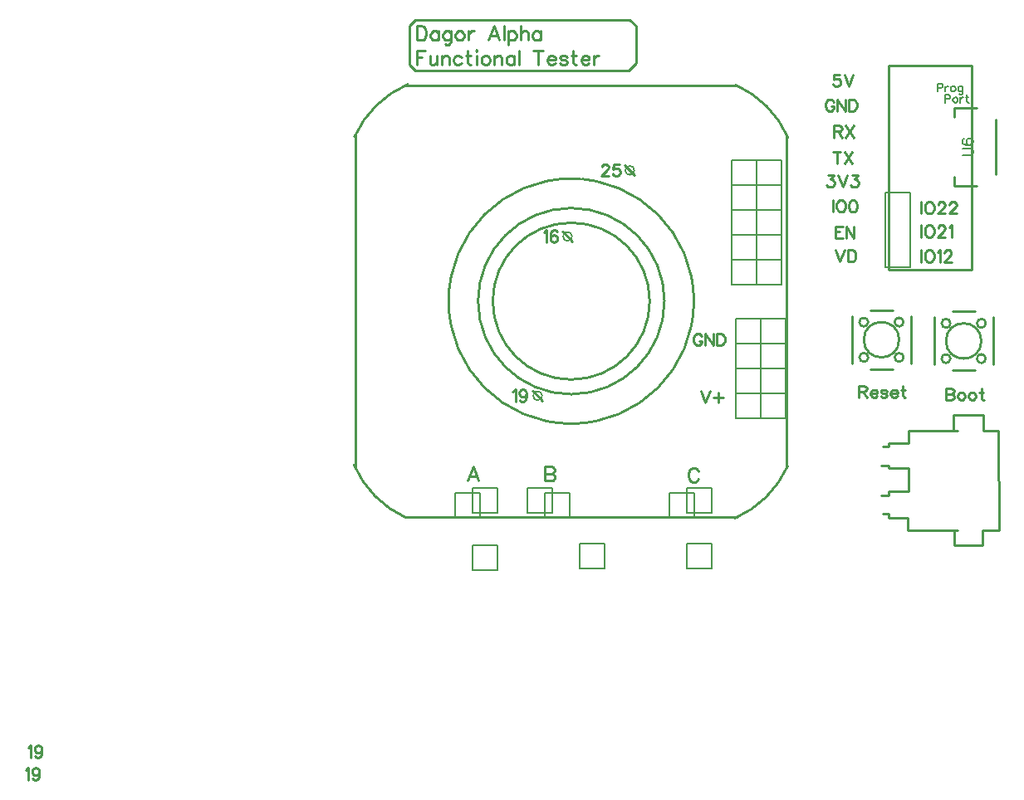
<source format=gto>
G04 Layer: TopSilkscreenLayer*
G04 EasyEDA v6.5.39, 2024-01-09 23:26:39*
G04 412fee2aba674f6794ce960f83f023ec,7c1e8d740ba24e6f83eb2d53d3341807,10*
G04 Gerber Generator version 0.2*
G04 Scale: 100 percent, Rotated: No, Reflected: No *
G04 Dimensions in millimeters *
G04 leading zeros omitted , absolute positions ,4 integer and 5 decimal *
%FSLAX45Y45*%
%MOMM*%

%ADD10C,0.2500*%
%ADD11C,0.2032*%
%ADD12C,0.1524*%
%ADD13C,0.2540*%
%ADD14C,0.2030*%
%ADD15C,0.2000*%
%ADD16C,0.0130*%

%LPD*%
D10*
X-1574800Y2805684D02*
G01*
X-1574800Y2662428D01*
X-1574800Y2805684D02*
G01*
X-1527047Y2805684D01*
X-1506728Y2798826D01*
X-1493012Y2785110D01*
X-1486154Y2771647D01*
X-1479295Y2751073D01*
X-1479295Y2717037D01*
X-1486154Y2696463D01*
X-1493012Y2683002D01*
X-1506728Y2669286D01*
X-1527047Y2662428D01*
X-1574800Y2662428D01*
X-1352550Y2757931D02*
G01*
X-1352550Y2662428D01*
X-1352550Y2737357D02*
G01*
X-1366265Y2751073D01*
X-1379728Y2757931D01*
X-1400302Y2757931D01*
X-1414018Y2751073D01*
X-1427479Y2737357D01*
X-1434337Y2717037D01*
X-1434337Y2703321D01*
X-1427479Y2683002D01*
X-1414018Y2669286D01*
X-1400302Y2662428D01*
X-1379728Y2662428D01*
X-1366265Y2669286D01*
X-1352550Y2683002D01*
X-1225804Y2757931D02*
G01*
X-1225804Y2648965D01*
X-1232407Y2628392D01*
X-1239265Y2621534D01*
X-1252981Y2614676D01*
X-1273555Y2614676D01*
X-1287018Y2621534D01*
X-1225804Y2737357D02*
G01*
X-1239265Y2751073D01*
X-1252981Y2757931D01*
X-1273555Y2757931D01*
X-1287018Y2751073D01*
X-1300734Y2737357D01*
X-1307592Y2717037D01*
X-1307592Y2703321D01*
X-1300734Y2683002D01*
X-1287018Y2669286D01*
X-1273555Y2662428D01*
X-1252981Y2662428D01*
X-1239265Y2669286D01*
X-1225804Y2683002D01*
X-1146555Y2757931D02*
G01*
X-1160271Y2751073D01*
X-1173987Y2737357D01*
X-1180592Y2717037D01*
X-1180592Y2703321D01*
X-1173987Y2683002D01*
X-1160271Y2669286D01*
X-1146555Y2662428D01*
X-1126236Y2662428D01*
X-1112520Y2669286D01*
X-1098804Y2683002D01*
X-1092200Y2703321D01*
X-1092200Y2717037D01*
X-1098804Y2737357D01*
X-1112520Y2751073D01*
X-1126236Y2757931D01*
X-1146555Y2757931D01*
X-1046987Y2757931D02*
G01*
X-1046987Y2662428D01*
X-1046987Y2717037D02*
G01*
X-1040129Y2737357D01*
X-1026668Y2751073D01*
X-1012952Y2757931D01*
X-992631Y2757931D01*
X-787907Y2805684D02*
G01*
X-842518Y2662428D01*
X-787907Y2805684D02*
G01*
X-733552Y2662428D01*
X-822197Y2710179D02*
G01*
X-753871Y2710179D01*
X-688339Y2805684D02*
G01*
X-688339Y2662428D01*
X-643381Y2757931D02*
G01*
X-643381Y2614676D01*
X-643381Y2737357D02*
G01*
X-629920Y2751073D01*
X-616204Y2757931D01*
X-595629Y2757931D01*
X-582168Y2751073D01*
X-568452Y2737357D01*
X-561594Y2717037D01*
X-561594Y2703321D01*
X-568452Y2683002D01*
X-582168Y2669286D01*
X-595629Y2662428D01*
X-616204Y2662428D01*
X-629920Y2669286D01*
X-643381Y2683002D01*
X-516636Y2805684D02*
G01*
X-516636Y2662428D01*
X-516636Y2730754D02*
G01*
X-496062Y2751073D01*
X-482600Y2757931D01*
X-462026Y2757931D01*
X-448563Y2751073D01*
X-441705Y2730754D01*
X-441705Y2662428D01*
X-314705Y2757931D02*
G01*
X-314705Y2662428D01*
X-314705Y2737357D02*
G01*
X-328421Y2751073D01*
X-342137Y2757931D01*
X-362457Y2757931D01*
X-376173Y2751073D01*
X-389889Y2737357D01*
X-396494Y2717037D01*
X-396494Y2703321D01*
X-389889Y2683002D01*
X-376173Y2669286D01*
X-362457Y2662428D01*
X-342137Y2662428D01*
X-328421Y2669286D01*
X-314705Y2683002D01*
X-1574800Y2553970D02*
G01*
X-1574800Y2410968D01*
X-1574800Y2553970D02*
G01*
X-1486154Y2553970D01*
X-1574800Y2485897D02*
G01*
X-1520189Y2485897D01*
X-1441195Y2506218D02*
G01*
X-1441195Y2438145D01*
X-1434337Y2417826D01*
X-1420621Y2410968D01*
X-1400302Y2410968D01*
X-1386586Y2417826D01*
X-1366265Y2438145D01*
X-1366265Y2506218D02*
G01*
X-1366265Y2410968D01*
X-1321054Y2506218D02*
G01*
X-1321054Y2410968D01*
X-1321054Y2479039D02*
G01*
X-1300734Y2499613D01*
X-1287018Y2506218D01*
X-1266697Y2506218D01*
X-1252981Y2499613D01*
X-1246123Y2479039D01*
X-1246123Y2410968D01*
X-1119378Y2485897D02*
G01*
X-1133094Y2499613D01*
X-1146555Y2506218D01*
X-1167129Y2506218D01*
X-1180592Y2499613D01*
X-1194307Y2485897D01*
X-1201165Y2465323D01*
X-1201165Y2451862D01*
X-1194307Y2431287D01*
X-1180592Y2417826D01*
X-1167129Y2410968D01*
X-1146555Y2410968D01*
X-1133094Y2417826D01*
X-1119378Y2431287D01*
X-1053845Y2553970D02*
G01*
X-1053845Y2438145D01*
X-1046987Y2417826D01*
X-1033526Y2410968D01*
X-1019810Y2410968D01*
X-1074420Y2506218D02*
G01*
X-1026668Y2506218D01*
X-974852Y2553970D02*
G01*
X-967994Y2547365D01*
X-961136Y2553970D01*
X-967994Y2560828D01*
X-974852Y2553970D01*
X-967994Y2506218D02*
G01*
X-967994Y2410968D01*
X-882142Y2506218D02*
G01*
X-895604Y2499613D01*
X-909320Y2485897D01*
X-916178Y2465323D01*
X-916178Y2451862D01*
X-909320Y2431287D01*
X-895604Y2417826D01*
X-882142Y2410968D01*
X-861568Y2410968D01*
X-848105Y2417826D01*
X-834389Y2431287D01*
X-827531Y2451862D01*
X-827531Y2465323D01*
X-834389Y2485897D01*
X-848105Y2499613D01*
X-861568Y2506218D01*
X-882142Y2506218D01*
X-782573Y2506218D02*
G01*
X-782573Y2410968D01*
X-782573Y2479039D02*
G01*
X-762000Y2499613D01*
X-748537Y2506218D01*
X-727963Y2506218D01*
X-714247Y2499613D01*
X-707644Y2479039D01*
X-707644Y2410968D01*
X-580644Y2506218D02*
G01*
X-580644Y2410968D01*
X-580644Y2485897D02*
G01*
X-594360Y2499613D01*
X-608076Y2506218D01*
X-628395Y2506218D01*
X-642112Y2499613D01*
X-655828Y2485897D01*
X-662431Y2465323D01*
X-662431Y2451862D01*
X-655828Y2431287D01*
X-642112Y2417826D01*
X-628395Y2410968D01*
X-608076Y2410968D01*
X-594360Y2417826D01*
X-580644Y2431287D01*
X-535686Y2553970D02*
G01*
X-535686Y2410968D01*
X-338073Y2553970D02*
G01*
X-338073Y2410968D01*
X-385826Y2553970D02*
G01*
X-290321Y2553970D01*
X-245363Y2465323D02*
G01*
X-163321Y2465323D01*
X-163321Y2479039D01*
X-170179Y2492755D01*
X-177037Y2499613D01*
X-190754Y2506218D01*
X-211073Y2506218D01*
X-224789Y2499613D01*
X-238505Y2485897D01*
X-245363Y2465323D01*
X-245363Y2451862D01*
X-238505Y2431287D01*
X-224789Y2417826D01*
X-211073Y2410968D01*
X-190754Y2410968D01*
X-177037Y2417826D01*
X-163321Y2431287D01*
X-43434Y2485897D02*
G01*
X-50292Y2499613D01*
X-70612Y2506218D01*
X-91186Y2506218D01*
X-111505Y2499613D01*
X-118363Y2485897D01*
X-111505Y2472181D01*
X-98044Y2465323D01*
X-64007Y2458720D01*
X-50292Y2451862D01*
X-43434Y2438145D01*
X-43434Y2431287D01*
X-50292Y2417826D01*
X-70612Y2410968D01*
X-91186Y2410968D01*
X-111505Y2417826D01*
X-118363Y2431287D01*
X22097Y2553970D02*
G01*
X22097Y2438145D01*
X28955Y2417826D01*
X42418Y2410968D01*
X56134Y2410968D01*
X1523Y2506218D02*
G01*
X49276Y2506218D01*
X101092Y2465323D02*
G01*
X182879Y2465323D01*
X182879Y2479039D01*
X176021Y2492755D01*
X169163Y2499613D01*
X155702Y2506218D01*
X135128Y2506218D01*
X121665Y2499613D01*
X107950Y2485897D01*
X101092Y2465323D01*
X101092Y2451862D01*
X107950Y2431287D01*
X121665Y2417826D01*
X135128Y2410968D01*
X155702Y2410968D01*
X169163Y2417826D01*
X182879Y2431287D01*
X227837Y2506218D02*
G01*
X227837Y2410968D01*
X227837Y2465323D02*
G01*
X234695Y2485897D01*
X248412Y2499613D01*
X262128Y2506218D01*
X282447Y2506218D01*
X2676143Y2030933D02*
G01*
X2670302Y2042109D01*
X2658872Y2053539D01*
X2647695Y2059381D01*
X2624836Y2059381D01*
X2613406Y2053539D01*
X2602229Y2042109D01*
X2596388Y2030933D01*
X2590800Y2013915D01*
X2590800Y1985467D01*
X2596388Y1968449D01*
X2602229Y1957019D01*
X2613406Y1945589D01*
X2624836Y1940001D01*
X2647695Y1940001D01*
X2658872Y1945589D01*
X2670302Y1957019D01*
X2676143Y1968449D01*
X2676143Y1985467D01*
X2647695Y1985467D02*
G01*
X2676143Y1985467D01*
X2713481Y2059381D02*
G01*
X2713481Y1940001D01*
X2713481Y2059381D02*
G01*
X2792984Y1940001D01*
X2792984Y2059381D02*
G01*
X2792984Y1940001D01*
X2830575Y2059381D02*
G01*
X2830575Y1940001D01*
X2830575Y2059381D02*
G01*
X2870454Y2059381D01*
X2887472Y2053539D01*
X2898647Y2042109D01*
X2904490Y2030933D01*
X2910077Y2013915D01*
X2910077Y1985467D01*
X2904490Y1968449D01*
X2898647Y1957019D01*
X2887472Y1945589D01*
X2870454Y1940001D01*
X2830575Y1940001D01*
X2679700Y1789937D02*
G01*
X2679700Y1670557D01*
X2679700Y1789937D02*
G01*
X2730754Y1789937D01*
X2747772Y1784095D01*
X2753613Y1778507D01*
X2759202Y1767078D01*
X2759202Y1755647D01*
X2753613Y1744471D01*
X2747772Y1738629D01*
X2730754Y1733042D01*
X2679700Y1733042D01*
X2719577Y1733042D02*
G01*
X2759202Y1670557D01*
X2796793Y1789937D02*
G01*
X2876295Y1670557D01*
X2876295Y1789937D02*
G01*
X2796793Y1670557D01*
X2706877Y1525981D02*
G01*
X2706877Y1406601D01*
X2667000Y1525981D02*
G01*
X2746502Y1525981D01*
X2784093Y1525981D02*
G01*
X2863595Y1406601D01*
X2863595Y1525981D02*
G01*
X2784093Y1406601D01*
X2614929Y1284681D02*
G01*
X2677413Y1284681D01*
X2643377Y1239215D01*
X2660395Y1239215D01*
X2671572Y1233373D01*
X2677413Y1227785D01*
X2683002Y1210767D01*
X2683002Y1199337D01*
X2677413Y1182319D01*
X2665984Y1170889D01*
X2648965Y1165301D01*
X2631947Y1165301D01*
X2614929Y1170889D01*
X2609088Y1176731D01*
X2603500Y1187907D01*
X2720593Y1284681D02*
G01*
X2766059Y1165301D01*
X2811525Y1284681D02*
G01*
X2766059Y1165301D01*
X2860293Y1284681D02*
G01*
X2922777Y1284681D01*
X2888741Y1239215D01*
X2905759Y1239215D01*
X2917190Y1233373D01*
X2922777Y1227785D01*
X2928620Y1210767D01*
X2928620Y1199337D01*
X2922777Y1182319D01*
X2911347Y1170889D01*
X2894329Y1165301D01*
X2877311Y1165301D01*
X2860293Y1170889D01*
X2854706Y1176731D01*
X2848863Y1187907D01*
X2667000Y1030681D02*
G01*
X2667000Y911301D01*
X2738627Y1030681D02*
G01*
X2727197Y1024839D01*
X2715768Y1013409D01*
X2710179Y1002233D01*
X2704591Y985215D01*
X2704591Y956767D01*
X2710179Y939749D01*
X2715768Y928319D01*
X2727197Y916889D01*
X2738627Y911301D01*
X2761234Y911301D01*
X2772663Y916889D01*
X2784093Y928319D01*
X2789681Y939749D01*
X2795524Y956767D01*
X2795524Y985215D01*
X2789681Y1002233D01*
X2784093Y1013409D01*
X2772663Y1024839D01*
X2761234Y1030681D01*
X2738627Y1030681D01*
X2866897Y1030681D02*
G01*
X2849879Y1024839D01*
X2838704Y1007821D01*
X2832861Y979373D01*
X2832861Y962355D01*
X2838704Y933907D01*
X2849879Y916889D01*
X2866897Y911301D01*
X2878327Y911301D01*
X2895345Y916889D01*
X2906775Y933907D01*
X2912363Y962355D01*
X2912363Y979373D01*
X2906775Y1007821D01*
X2895345Y1024839D01*
X2878327Y1030681D01*
X2866897Y1030681D01*
X2692400Y763981D02*
G01*
X2692400Y644601D01*
X2692400Y763981D02*
G01*
X2766313Y763981D01*
X2692400Y707085D02*
G01*
X2737865Y707085D01*
X2692400Y644601D02*
G01*
X2766313Y644601D01*
X2803652Y763981D02*
G01*
X2803652Y644601D01*
X2803652Y763981D02*
G01*
X2883408Y644601D01*
X2883408Y763981D02*
G01*
X2883408Y644601D01*
X-999489Y-1690115D02*
G01*
X-1054100Y-1833371D01*
X-999489Y-1690115D02*
G01*
X-945134Y-1833371D01*
X-1033526Y-1785620D02*
G01*
X-965454Y-1785620D01*
X-266700Y-1690115D02*
G01*
X-266700Y-1833371D01*
X-266700Y-1690115D02*
G01*
X-205231Y-1690115D01*
X-184912Y-1696973D01*
X-178054Y-1703831D01*
X-171195Y-1717294D01*
X-171195Y-1731010D01*
X-178054Y-1744726D01*
X-184912Y-1751584D01*
X-205231Y-1758442D01*
X-266700Y-1758442D02*
G01*
X-205231Y-1758442D01*
X-184912Y-1765045D01*
X-178054Y-1771904D01*
X-171195Y-1785620D01*
X-171195Y-1805939D01*
X-178054Y-1819655D01*
X-184912Y-1826513D01*
X-205231Y-1833371D01*
X-266700Y-1833371D01*
X1296162Y-1736852D02*
G01*
X1289304Y-1723389D01*
X1275587Y-1709673D01*
X1261871Y-1702815D01*
X1234694Y-1702815D01*
X1220978Y-1709673D01*
X1207515Y-1723389D01*
X1200657Y-1736852D01*
X1193800Y-1757426D01*
X1193800Y-1791462D01*
X1200657Y-1812036D01*
X1207515Y-1825497D01*
X1220978Y-1839213D01*
X1234694Y-1846071D01*
X1261871Y-1846071D01*
X1275587Y-1839213D01*
X1289304Y-1825497D01*
X1296162Y-1812036D01*
X1329944Y-359410D02*
G01*
X1324102Y-348234D01*
X1312671Y-336804D01*
X1301495Y-330962D01*
X1278636Y-330962D01*
X1267205Y-336804D01*
X1256029Y-348234D01*
X1250187Y-359410D01*
X1244600Y-376428D01*
X1244600Y-404876D01*
X1250187Y-421894D01*
X1256029Y-433323D01*
X1267205Y-444754D01*
X1278636Y-450342D01*
X1301495Y-450342D01*
X1312671Y-444754D01*
X1324102Y-433323D01*
X1329944Y-421894D01*
X1329944Y-404876D01*
X1301495Y-404876D02*
G01*
X1329944Y-404876D01*
X1367281Y-330962D02*
G01*
X1367281Y-450342D01*
X1367281Y-330962D02*
G01*
X1446784Y-450342D01*
X1446784Y-330962D02*
G01*
X1446784Y-450342D01*
X1484376Y-330962D02*
G01*
X1484376Y-450342D01*
X1484376Y-330962D02*
G01*
X1524254Y-330962D01*
X1541271Y-336804D01*
X1552447Y-348234D01*
X1558289Y-359410D01*
X1563878Y-376428D01*
X1563878Y-404876D01*
X1558289Y-421894D01*
X1552447Y-433323D01*
X1541271Y-444754D01*
X1524254Y-450342D01*
X1484376Y-450342D01*
X1320800Y-915162D02*
G01*
X1366265Y-1034542D01*
X1411731Y-915162D02*
G01*
X1366265Y-1034542D01*
X1500378Y-932434D02*
G01*
X1500378Y-1034542D01*
X1449323Y-983487D02*
G01*
X1551431Y-983487D01*
X2933700Y-864362D02*
G01*
X2933700Y-983742D01*
X2933700Y-864362D02*
G01*
X2984754Y-864362D01*
X3001772Y-870204D01*
X3007613Y-875792D01*
X3013202Y-887221D01*
X3013202Y-898652D01*
X3007613Y-909828D01*
X3001772Y-915670D01*
X2984754Y-921257D01*
X2933700Y-921257D01*
X2973577Y-921257D02*
G01*
X3013202Y-983742D01*
X3050793Y-938276D02*
G01*
X3118865Y-938276D01*
X3118865Y-926845D01*
X3113277Y-915670D01*
X3107690Y-909828D01*
X3096259Y-904239D01*
X3079241Y-904239D01*
X3067811Y-909828D01*
X3056381Y-921257D01*
X3050793Y-938276D01*
X3050793Y-949705D01*
X3056381Y-966723D01*
X3067811Y-978154D01*
X3079241Y-983742D01*
X3096259Y-983742D01*
X3107690Y-978154D01*
X3118865Y-966723D01*
X3218941Y-921257D02*
G01*
X3213354Y-909828D01*
X3196081Y-904239D01*
X3179063Y-904239D01*
X3162045Y-909828D01*
X3156458Y-921257D01*
X3162045Y-932687D01*
X3173475Y-938276D01*
X3201924Y-944118D01*
X3213354Y-949705D01*
X3218941Y-961136D01*
X3218941Y-966723D01*
X3213354Y-978154D01*
X3196081Y-983742D01*
X3179063Y-983742D01*
X3162045Y-978154D01*
X3156458Y-966723D01*
X3256534Y-938276D02*
G01*
X3324606Y-938276D01*
X3324606Y-926845D01*
X3319018Y-915670D01*
X3313175Y-909828D01*
X3302000Y-904239D01*
X3284727Y-904239D01*
X3273552Y-909828D01*
X3262122Y-921257D01*
X3256534Y-938276D01*
X3256534Y-949705D01*
X3262122Y-966723D01*
X3273552Y-978154D01*
X3284727Y-983742D01*
X3302000Y-983742D01*
X3313175Y-978154D01*
X3324606Y-966723D01*
X3379215Y-864362D02*
G01*
X3379215Y-961136D01*
X3384804Y-978154D01*
X3396234Y-983742D01*
X3407663Y-983742D01*
X3362197Y-904239D02*
G01*
X3401822Y-904239D01*
X3822700Y-889762D02*
G01*
X3822700Y-1009142D01*
X3822700Y-889762D02*
G01*
X3873754Y-889762D01*
X3890772Y-895604D01*
X3896613Y-901192D01*
X3902202Y-912621D01*
X3902202Y-924052D01*
X3896613Y-935228D01*
X3890772Y-941070D01*
X3873754Y-946657D01*
X3822700Y-946657D02*
G01*
X3873754Y-946657D01*
X3890772Y-952245D01*
X3896613Y-958087D01*
X3902202Y-969518D01*
X3902202Y-986536D01*
X3896613Y-997712D01*
X3890772Y-1003554D01*
X3873754Y-1009142D01*
X3822700Y-1009142D01*
X3968241Y-929639D02*
G01*
X3956811Y-935228D01*
X3945381Y-946657D01*
X3939793Y-963676D01*
X3939793Y-975105D01*
X3945381Y-992123D01*
X3956811Y-1003554D01*
X3968241Y-1009142D01*
X3985259Y-1009142D01*
X3996690Y-1003554D01*
X4007865Y-992123D01*
X4013708Y-975105D01*
X4013708Y-963676D01*
X4007865Y-946657D01*
X3996690Y-935228D01*
X3985259Y-929639D01*
X3968241Y-929639D01*
X4079493Y-929639D02*
G01*
X4068063Y-935228D01*
X4056888Y-946657D01*
X4051045Y-963676D01*
X4051045Y-975105D01*
X4056888Y-992123D01*
X4068063Y-1003554D01*
X4079493Y-1009142D01*
X4096511Y-1009142D01*
X4107941Y-1003554D01*
X4119372Y-992123D01*
X4124959Y-975105D01*
X4124959Y-963676D01*
X4119372Y-946657D01*
X4107941Y-935228D01*
X4096511Y-929639D01*
X4079493Y-929639D01*
X4179570Y-889762D02*
G01*
X4179570Y-986536D01*
X4185158Y-1003554D01*
X4196588Y-1009142D01*
X4208018Y-1009142D01*
X4162552Y-929639D02*
G01*
X4202175Y-929639D01*
X2692400Y522681D02*
G01*
X2737865Y403301D01*
X2783331Y522681D02*
G01*
X2737865Y403301D01*
X2820924Y522681D02*
G01*
X2820924Y403301D01*
X2820924Y522681D02*
G01*
X2860547Y522681D01*
X2877565Y516839D01*
X2888995Y505409D01*
X2894584Y494233D01*
X2900425Y477215D01*
X2900425Y448767D01*
X2894584Y431749D01*
X2888995Y420319D01*
X2877565Y408889D01*
X2860547Y403301D01*
X2820924Y403301D01*
X3568700Y519937D02*
G01*
X3568700Y400557D01*
X3640327Y519937D02*
G01*
X3628897Y514095D01*
X3617468Y502665D01*
X3611879Y491489D01*
X3606291Y474471D01*
X3606291Y446023D01*
X3611879Y429005D01*
X3617468Y417576D01*
X3628897Y406145D01*
X3640327Y400557D01*
X3662934Y400557D01*
X3674363Y406145D01*
X3685793Y417576D01*
X3691381Y429005D01*
X3697224Y446023D01*
X3697224Y474471D01*
X3691381Y491489D01*
X3685793Y502665D01*
X3674363Y514095D01*
X3662934Y519937D01*
X3640327Y519937D01*
X3734561Y497078D02*
G01*
X3745991Y502665D01*
X3763009Y519937D01*
X3763009Y400557D01*
X3806190Y491489D02*
G01*
X3806190Y497078D01*
X3811777Y508507D01*
X3817620Y514095D01*
X3829050Y519937D01*
X3851656Y519937D01*
X3863086Y514095D01*
X3868674Y508507D01*
X3874261Y497078D01*
X3874261Y485647D01*
X3868674Y474471D01*
X3857243Y457454D01*
X3800602Y400557D01*
X3880104Y400557D01*
X3568700Y773887D02*
G01*
X3568700Y654507D01*
X3640327Y773887D02*
G01*
X3628897Y768045D01*
X3617468Y756869D01*
X3611879Y745439D01*
X3606291Y728421D01*
X3606291Y699973D01*
X3611879Y682955D01*
X3617468Y671525D01*
X3628897Y660095D01*
X3640327Y654507D01*
X3662934Y654507D01*
X3674363Y660095D01*
X3685793Y671525D01*
X3691381Y682955D01*
X3697224Y699973D01*
X3697224Y728421D01*
X3691381Y745439D01*
X3685793Y756869D01*
X3674363Y768045D01*
X3662934Y773887D01*
X3640327Y773887D01*
X3740404Y745439D02*
G01*
X3740404Y751027D01*
X3745991Y762457D01*
X3751579Y768045D01*
X3763009Y773887D01*
X3785870Y773887D01*
X3797045Y768045D01*
X3802888Y762457D01*
X3808475Y751027D01*
X3808475Y739851D01*
X3802888Y728421D01*
X3791458Y711403D01*
X3734561Y654507D01*
X3814063Y654507D01*
X3851656Y751027D02*
G01*
X3863086Y756869D01*
X3880104Y773887D01*
X3880104Y654507D01*
X3568700Y1012444D02*
G01*
X3568700Y893063D01*
X3640327Y1012444D02*
G01*
X3628897Y1006602D01*
X3617468Y995426D01*
X3611879Y983995D01*
X3606291Y966978D01*
X3606291Y938529D01*
X3611879Y921512D01*
X3617468Y910081D01*
X3628897Y898652D01*
X3640327Y893063D01*
X3662934Y893063D01*
X3674363Y898652D01*
X3685793Y910081D01*
X3691381Y921512D01*
X3697224Y938529D01*
X3697224Y966978D01*
X3691381Y983995D01*
X3685793Y995426D01*
X3674363Y1006602D01*
X3662934Y1012444D01*
X3640327Y1012444D01*
X3740404Y983995D02*
G01*
X3740404Y989584D01*
X3745991Y1001013D01*
X3751579Y1006602D01*
X3763009Y1012444D01*
X3785870Y1012444D01*
X3797045Y1006602D01*
X3802888Y1001013D01*
X3808475Y989584D01*
X3808475Y978407D01*
X3802888Y966978D01*
X3791458Y949960D01*
X3734561Y893063D01*
X3814063Y893063D01*
X3857243Y983995D02*
G01*
X3857243Y989584D01*
X3863086Y1001013D01*
X3868674Y1006602D01*
X3880104Y1012444D01*
X3902709Y1012444D01*
X3914140Y1006602D01*
X3919727Y1001013D01*
X3925570Y989584D01*
X3925570Y978407D01*
X3919727Y966978D01*
X3908552Y949960D01*
X3851656Y893063D01*
X3931158Y893063D01*
X2735072Y2310637D02*
G01*
X2678429Y2310637D01*
X2672588Y2259329D01*
X2678429Y2265171D01*
X2695447Y2270760D01*
X2712465Y2270760D01*
X2729484Y2265171D01*
X2740913Y2253742D01*
X2746502Y2236723D01*
X2746502Y2225294D01*
X2740913Y2208276D01*
X2729484Y2196845D01*
X2712465Y2191257D01*
X2695447Y2191257D01*
X2678429Y2196845D01*
X2672588Y2202687D01*
X2667000Y2213863D01*
X2784093Y2310637D02*
G01*
X2829559Y2191257D01*
X2875025Y2310637D02*
G01*
X2829559Y2191257D01*
X-279400Y700278D02*
G01*
X-267970Y705865D01*
X-250952Y723137D01*
X-250952Y603757D01*
X-145287Y705865D02*
G01*
X-150876Y717295D01*
X-168147Y723137D01*
X-179323Y723137D01*
X-196342Y717295D01*
X-207771Y700278D01*
X-213613Y671829D01*
X-213613Y643381D01*
X-207771Y620776D01*
X-196342Y609345D01*
X-179323Y603757D01*
X-173736Y603757D01*
X-156718Y609345D01*
X-145287Y620776D01*
X-139700Y637794D01*
X-139700Y643381D01*
X-145287Y660654D01*
X-156718Y671829D01*
X-173736Y677671D01*
X-179323Y677671D01*
X-196342Y671829D01*
X-207771Y660654D01*
X-213613Y643381D01*
X-596900Y-925321D02*
G01*
X-585470Y-919734D01*
X-568452Y-902462D01*
X-568452Y-1021842D01*
X-457200Y-942339D02*
G01*
X-462787Y-959357D01*
X-474218Y-970787D01*
X-491236Y-976376D01*
X-496823Y-976376D01*
X-513842Y-970787D01*
X-525271Y-959357D01*
X-531113Y-942339D01*
X-531113Y-936752D01*
X-525271Y-919734D01*
X-513842Y-908304D01*
X-496823Y-902462D01*
X-491236Y-902462D01*
X-474218Y-908304D01*
X-462787Y-919734D01*
X-457200Y-942339D01*
X-457200Y-970787D01*
X-462787Y-999236D01*
X-474218Y-1016254D01*
X-491236Y-1021842D01*
X-502665Y-1021842D01*
X-519684Y-1016254D01*
X-525271Y-1004823D01*
X-5537200Y-4557521D02*
G01*
X-5525770Y-4551934D01*
X-5508752Y-4534662D01*
X-5508752Y-4654042D01*
X-5397500Y-4574539D02*
G01*
X-5403087Y-4591557D01*
X-5414518Y-4602987D01*
X-5431536Y-4608576D01*
X-5437123Y-4608576D01*
X-5454142Y-4602987D01*
X-5465571Y-4591557D01*
X-5471413Y-4574539D01*
X-5471413Y-4568952D01*
X-5465571Y-4551934D01*
X-5454142Y-4540504D01*
X-5437123Y-4534662D01*
X-5431536Y-4534662D01*
X-5414518Y-4540504D01*
X-5403087Y-4551934D01*
X-5397500Y-4574539D01*
X-5397500Y-4602987D01*
X-5403087Y-4631436D01*
X-5414518Y-4648454D01*
X-5431536Y-4654042D01*
X-5442965Y-4654042D01*
X-5459984Y-4648454D01*
X-5465571Y-4637023D01*
X-5562600Y-4786121D02*
G01*
X-5551170Y-4780534D01*
X-5534152Y-4763262D01*
X-5534152Y-4882642D01*
X-5422900Y-4803139D02*
G01*
X-5428487Y-4820157D01*
X-5439918Y-4831587D01*
X-5456936Y-4837176D01*
X-5462523Y-4837176D01*
X-5479542Y-4831587D01*
X-5490971Y-4820157D01*
X-5496813Y-4803139D01*
X-5496813Y-4797552D01*
X-5490971Y-4780534D01*
X-5479542Y-4769104D01*
X-5462523Y-4763262D01*
X-5456936Y-4763262D01*
X-5439918Y-4769104D01*
X-5428487Y-4780534D01*
X-5422900Y-4803139D01*
X-5422900Y-4831587D01*
X-5428487Y-4860036D01*
X-5439918Y-4877054D01*
X-5456936Y-4882642D01*
X-5468365Y-4882642D01*
X-5485384Y-4877054D01*
X-5490971Y-4865623D01*
X310387Y1367789D02*
G01*
X310387Y1373378D01*
X316229Y1384807D01*
X321818Y1390395D01*
X333247Y1396237D01*
X355854Y1396237D01*
X367284Y1390395D01*
X372871Y1384807D01*
X378713Y1373378D01*
X378713Y1361947D01*
X372871Y1350771D01*
X361695Y1333754D01*
X304800Y1276857D01*
X384302Y1276857D01*
X489965Y1396237D02*
G01*
X433323Y1396237D01*
X427481Y1344929D01*
X433323Y1350771D01*
X450342Y1356360D01*
X467360Y1356360D01*
X484378Y1350771D01*
X495807Y1339342D01*
X501395Y1322323D01*
X501395Y1310894D01*
X495807Y1293876D01*
X484378Y1282445D01*
X467360Y1276857D01*
X450342Y1276857D01*
X433323Y1282445D01*
X427481Y1288287D01*
X421894Y1299463D01*
D11*
X3810000Y2105073D02*
G01*
X3810000Y2023935D01*
X3810000Y2105073D02*
G01*
X3844772Y2105073D01*
X3856362Y2101209D01*
X3860225Y2097344D01*
X3864091Y2089617D01*
X3864091Y2078027D01*
X3860225Y2070300D01*
X3856362Y2066437D01*
X3844772Y2062571D01*
X3810000Y2062571D01*
X3908910Y2078027D02*
G01*
X3901180Y2074163D01*
X3893454Y2066437D01*
X3889590Y2054844D01*
X3889590Y2047118D01*
X3893454Y2035528D01*
X3901180Y2027798D01*
X3908910Y2023935D01*
X3920500Y2023935D01*
X3928226Y2027798D01*
X3935953Y2035528D01*
X3939816Y2047118D01*
X3939816Y2054844D01*
X3935953Y2066437D01*
X3928226Y2074163D01*
X3920500Y2078027D01*
X3908910Y2078027D01*
X3965318Y2078027D02*
G01*
X3965318Y2023935D01*
X3965318Y2054844D02*
G01*
X3969181Y2066437D01*
X3976908Y2074163D01*
X3984635Y2078027D01*
X3996227Y2078027D01*
X4033316Y2105073D02*
G01*
X4033316Y2039391D01*
X4037180Y2027798D01*
X4044909Y2023935D01*
X4052636Y2023935D01*
X4021726Y2078027D02*
G01*
X4048772Y2078027D01*
X3733800Y2219373D02*
G01*
X3733800Y2138235D01*
X3733800Y2219373D02*
G01*
X3768572Y2219373D01*
X3780162Y2215509D01*
X3784025Y2211644D01*
X3787891Y2203917D01*
X3787891Y2192327D01*
X3784025Y2184600D01*
X3780162Y2180737D01*
X3768572Y2176871D01*
X3733800Y2176871D01*
X3813390Y2192327D02*
G01*
X3813390Y2138235D01*
X3813390Y2169144D02*
G01*
X3817254Y2180737D01*
X3824980Y2188463D01*
X3832710Y2192327D01*
X3844300Y2192327D01*
X3889118Y2192327D02*
G01*
X3881391Y2188463D01*
X3873662Y2180737D01*
X3869799Y2169144D01*
X3869799Y2161418D01*
X3873662Y2149828D01*
X3881391Y2142098D01*
X3889118Y2138235D01*
X3900708Y2138235D01*
X3908435Y2142098D01*
X3916164Y2149828D01*
X3920027Y2161418D01*
X3920027Y2169144D01*
X3916164Y2180737D01*
X3908435Y2188463D01*
X3900708Y2192327D01*
X3889118Y2192327D01*
X3991889Y2192327D02*
G01*
X3991889Y2130508D01*
X3988026Y2118918D01*
X3984162Y2115055D01*
X3976436Y2111192D01*
X3964846Y2111192D01*
X3957116Y2115055D01*
X3991889Y2180737D02*
G01*
X3984162Y2188463D01*
X3976436Y2192327D01*
X3964846Y2192327D01*
X3957116Y2188463D01*
X3949390Y2180737D01*
X3945526Y2169144D01*
X3945526Y2161418D01*
X3949390Y2149828D01*
X3957116Y2142098D01*
X3964846Y2138235D01*
X3976436Y2138235D01*
X3984162Y2142098D01*
X3991889Y2149828D01*
D12*
X3986784Y1485900D02*
G01*
X4064761Y1485900D01*
X4080256Y1490979D01*
X4090670Y1501394D01*
X4095750Y1517142D01*
X4095750Y1527555D01*
X4090670Y1543050D01*
X4080256Y1553463D01*
X4064761Y1558544D01*
X3986784Y1558544D01*
X4002277Y1655318D02*
G01*
X3991863Y1649984D01*
X3986784Y1634489D01*
X3986784Y1624076D01*
X3991863Y1608581D01*
X4007611Y1598168D01*
X4033520Y1592834D01*
X4059427Y1592834D01*
X4080256Y1598168D01*
X4090670Y1608581D01*
X4095750Y1624076D01*
X4095750Y1629410D01*
X4090670Y1644904D01*
X4080256Y1655318D01*
X4064761Y1660397D01*
X4059427Y1660397D01*
X4043934Y1655318D01*
X4033520Y1644904D01*
X4028440Y1629410D01*
X4028440Y1624076D01*
X4033520Y1608581D01*
X4043934Y1598168D01*
X4059427Y1592834D01*
D13*
X-1587500Y2870200D02*
G01*
X596900Y2870200D01*
X660400Y2806700D01*
X660400Y2425700D01*
X584200Y2349500D01*
X-1587500Y2349500D01*
X-1651000Y2413000D01*
X-1651000Y2806700D01*
X-1587500Y2870200D01*
X546100Y1384300D02*
G01*
X558800Y1371600D01*
X647700Y1282700D01*
X-393700Y-914400D02*
G01*
X-381000Y-927100D01*
X-292100Y-1016000D01*
X-88900Y711200D02*
G01*
X-76200Y698500D01*
X12700Y609600D01*
X2198192Y1697093D02*
G01*
X2198192Y-1702904D01*
X-1701800Y2197100D02*
G01*
X1698198Y2197100D01*
X1698246Y-2202942D02*
G01*
X307850Y-2202942D01*
X-1701800Y-2202942D01*
X-2201806Y-1702904D02*
G01*
X-2201806Y1697093D01*
D11*
X3200400Y533400D02*
G01*
X3200400Y342900D01*
X3454400Y342900D01*
X3454400Y1104900D01*
X3200400Y1104900D01*
D14*
X3200400Y1104900D02*
G01*
X3200400Y533400D01*
D11*
X2146300Y419100D02*
G01*
X1892300Y419100D01*
X1892300Y673100D01*
X2146300Y673100D01*
X2146300Y482600D01*
D14*
X2146300Y419100D02*
G01*
X2146300Y482600D01*
D11*
X2146300Y165100D02*
G01*
X1892300Y165100D01*
X1892300Y419100D01*
X2146300Y419100D01*
X2146300Y228600D01*
D14*
X2146300Y165100D02*
G01*
X2146300Y228600D01*
D11*
X1892300Y165100D02*
G01*
X1638300Y165100D01*
X1638300Y419100D01*
X1892300Y419100D01*
X1892300Y228600D01*
D14*
X1892300Y165100D02*
G01*
X1892300Y228600D01*
D11*
X2146300Y673100D02*
G01*
X1892300Y673100D01*
X1892300Y927100D01*
X2146300Y927100D01*
X2146300Y736600D01*
D14*
X2146300Y673100D02*
G01*
X2146300Y736600D01*
D11*
X1930397Y-685800D02*
G01*
X1676397Y-685800D01*
X1676397Y-431800D01*
X1930397Y-431800D01*
X1930397Y-622300D01*
D14*
X1930397Y-685800D02*
G01*
X1930397Y-622300D01*
D11*
X1930400Y-1193800D02*
G01*
X1676400Y-1193800D01*
X1676400Y-939800D01*
X1930400Y-939800D01*
X1930400Y-1130300D01*
D14*
X1930400Y-1193800D02*
G01*
X1930400Y-1130300D01*
D13*
X3902748Y1174803D02*
G01*
X3902748Y1271691D01*
X3902748Y1877918D02*
G01*
X3902748Y1974799D01*
X3902748Y1974799D02*
G01*
X4134634Y1974799D01*
X3902748Y1174803D02*
G01*
X4134634Y1174803D01*
X4327745Y1292920D02*
G01*
X4327745Y1856681D01*
D11*
X1257297Y-2209495D02*
G01*
X1003297Y-2209495D01*
X1003297Y-1955495D01*
X1257297Y-1955495D01*
X1257297Y-2145995D01*
D14*
X1257297Y-2209495D02*
G01*
X1257297Y-2145995D01*
D11*
X-15999Y-2209495D02*
G01*
X-269999Y-2209495D01*
X-269999Y-1955495D01*
X-15999Y-1955495D01*
X-15999Y-2145995D01*
D14*
X-15999Y-2209495D02*
G01*
X-15999Y-2145995D01*
D11*
X-927097Y-2209495D02*
G01*
X-1181097Y-2209495D01*
X-1181097Y-1955495D01*
X-927097Y-1955495D01*
X-927097Y-2145995D01*
D14*
X-927097Y-2209495D02*
G01*
X-927097Y-2145995D01*
D11*
X2184400Y-1193800D02*
G01*
X1930400Y-1193800D01*
X1930400Y-939800D01*
X2184400Y-939800D01*
X2184400Y-1130300D01*
D14*
X2184400Y-1193800D02*
G01*
X2184400Y-1130300D01*
D11*
X2184394Y-431800D02*
G01*
X1930394Y-431800D01*
X1930394Y-177800D01*
X2184394Y-177800D01*
X2184394Y-368300D01*
D14*
X2184394Y-431800D02*
G01*
X2184394Y-368300D01*
D11*
X1930400Y-939800D02*
G01*
X1676400Y-939800D01*
X1676400Y-685800D01*
X1930400Y-685800D01*
X1930400Y-876300D01*
D14*
X1930400Y-939800D02*
G01*
X1930400Y-876300D01*
D11*
X1930397Y-431800D02*
G01*
X1676397Y-431800D01*
X1676397Y-177800D01*
X1930397Y-177800D01*
X1930397Y-368300D01*
D14*
X1930397Y-431800D02*
G01*
X1930397Y-368300D01*
D13*
X4083405Y2399893D02*
G01*
X4083405Y317880D01*
X3233394Y317880D01*
X3233394Y2399893D01*
X4083405Y2399893D01*
X2862300Y-634111D02*
G01*
X2862300Y-153288D01*
X3047608Y-93700D02*
G01*
X3276991Y-93700D01*
X3462299Y-153288D02*
G01*
X3462299Y-634111D01*
X3276991Y-693699D02*
G01*
X3047608Y-693699D01*
X3700500Y-646811D02*
G01*
X3700500Y-165988D01*
X3885808Y-106400D02*
G01*
X4115191Y-106400D01*
X4300499Y-165988D02*
G01*
X4300499Y-646811D01*
X4115191Y-706399D02*
G01*
X3885808Y-706399D01*
X4191381Y-2336812D02*
G01*
X4358259Y-2333764D01*
X4352416Y-1320812D01*
X4198238Y-1320812D01*
X3162300Y-1981200D02*
G01*
X3238500Y-1981200D01*
X3238500Y-1943100D01*
X3441700Y-1943100D01*
X3441700Y-1701800D01*
X3238500Y-1701800D01*
X3238500Y-1676400D01*
X3162300Y-1676400D01*
X3175000Y-1485900D02*
G01*
X3238500Y-1485900D01*
X3238500Y-1447800D01*
X3441700Y-1447800D01*
X3441700Y-1320800D01*
X3538600Y-1320812D01*
X3175000Y-2171700D02*
G01*
X3238500Y-2171700D01*
X3238500Y-2209800D01*
X3429000Y-2209800D01*
X3429000Y-2336800D01*
X3538600Y-2336812D01*
X3938292Y-1320812D02*
G01*
X3538600Y-1320812D01*
X3938292Y-2336812D02*
G01*
X3538600Y-2336812D01*
X3899232Y-1163812D02*
G01*
X4198310Y-1163812D01*
X3901772Y-2493812D02*
G01*
X4191332Y-2493812D01*
X4198310Y-1320812D02*
G01*
X4198310Y-1163812D01*
X4191332Y-2493812D02*
G01*
X4191332Y-2336812D01*
X3899232Y-1320812D02*
G01*
X3899232Y-1163812D01*
X3901772Y-2493812D02*
G01*
X3901772Y-2336812D01*
D11*
X2184394Y-685802D02*
G01*
X1930394Y-685802D01*
X1930394Y-431802D01*
X2184394Y-431802D01*
X2184394Y-622302D01*
D14*
X2184394Y-685802D02*
G01*
X2184394Y-622302D01*
D11*
X2184394Y-939797D02*
G01*
X1930394Y-939797D01*
X1930394Y-685797D01*
X2184394Y-685797D01*
X2184394Y-876297D01*
D14*
X2184394Y-939797D02*
G01*
X2184394Y-876297D01*
D11*
X1892300Y419100D02*
G01*
X1638300Y419100D01*
X1638300Y673100D01*
X1892300Y673100D01*
X1892300Y482600D01*
D14*
X1892300Y419100D02*
G01*
X1892300Y482600D01*
D11*
X1892300Y673100D02*
G01*
X1638300Y673100D01*
X1638300Y927100D01*
X1892300Y927100D01*
X1892300Y736600D01*
D14*
X1892300Y673100D02*
G01*
X1892300Y736600D01*
D11*
X-749297Y-2743200D02*
G01*
X-1003297Y-2743200D01*
X-1003297Y-2489200D01*
X-749297Y-2489200D01*
X-749297Y-2679700D01*
D14*
X-749297Y-2743200D02*
G01*
X-749297Y-2679700D01*
D11*
X342900Y-2730500D02*
G01*
X88900Y-2730500D01*
X88900Y-2476500D01*
X342900Y-2476500D01*
X342900Y-2667000D01*
D14*
X342900Y-2730500D02*
G01*
X342900Y-2667000D01*
D11*
X1435097Y-2730500D02*
G01*
X1181097Y-2730500D01*
X1181097Y-2476500D01*
X1435097Y-2476500D01*
X1435097Y-2667000D01*
D14*
X1435097Y-2730500D02*
G01*
X1435097Y-2667000D01*
D11*
X-749297Y-2158994D02*
G01*
X-1003297Y-2158994D01*
X-1003297Y-1904994D01*
X-749297Y-1904994D01*
X-749297Y-2095494D01*
D14*
X-749297Y-2158994D02*
G01*
X-749297Y-2095494D01*
D11*
X-190500Y-2158994D02*
G01*
X-444500Y-2158994D01*
X-444500Y-1904994D01*
X-190500Y-1904994D01*
X-190500Y-2095494D01*
D14*
X-190500Y-2158994D02*
G01*
X-190500Y-2095494D01*
D11*
X1435097Y-2158994D02*
G01*
X1181097Y-2158994D01*
X1181097Y-1904994D01*
X1435097Y-1904994D01*
X1435097Y-2095494D01*
D14*
X1435097Y-2158994D02*
G01*
X1435097Y-2095494D01*
D11*
X1892300Y927100D02*
G01*
X1638300Y927100D01*
X1638300Y1181100D01*
X1892300Y1181100D01*
X1892300Y990600D01*
D14*
X1892300Y927100D02*
G01*
X1892300Y990600D01*
D11*
X1892300Y1181100D02*
G01*
X1638300Y1181100D01*
X1638300Y1435100D01*
X1892300Y1435100D01*
X1892300Y1244600D01*
D14*
X1892300Y1181100D02*
G01*
X1892300Y1244600D01*
D11*
X2146294Y1180998D02*
G01*
X1892294Y1180998D01*
X1892294Y1434998D01*
X2146294Y1434998D01*
X2146294Y1244498D01*
D14*
X2146294Y1180998D02*
G01*
X2146294Y1244498D01*
D11*
X2146300Y927100D02*
G01*
X1892300Y927100D01*
X1892300Y1181100D01*
X2146300Y1181100D01*
X2146300Y990600D01*
D14*
X2146300Y927100D02*
G01*
X2146300Y990600D01*
D13*
G75*
G01*
X-1686771Y-2208573D02*
G02*
X-2213839Y-1673606I434967J955670D01*
G75*
G01*
X2205406Y-1684467D02*
G02*
X1668440Y-2215137I-957211J431565D01*
G75*
G01*
X1679758Y2204309D02*
G02*
X2209635Y1669161I-431560J-957213D01*
G75*
G01*
X-2209013Y1678661D02*
G02*
X-1667772Y2211187I957212J-431564D01*
G75*
G01
X800001Y-3D02*
G03X800001Y-3I-799998J0D01*
D15*
G75*
G01
X7696Y660400D02*
G03X7696Y660400I-45796J0D01*
G75*
G01
X-297104Y-965200D02*
G03X-297104Y-965200I-45796J0D01*
D13*
G75*
G01
X950001Y-3D02*
G03X950001Y-3I-949998J0D01*
G75*
G01
X949998Y0D02*
G03X949998Y0I-949998J0D01*
G75*
G01
X1249998Y0D02*
G03X1249998Y0I-1249998J0D01*
D15*
G75*
G01
X642696Y1333500D02*
G03X642696Y1333500I-45796J0D01*
D13*
G75*
G01
X3342310Y-393700D02*
G03X3342310Y-393700I-180010J0D01*
G75*
G01
X3027045Y-213690D02*
G03X3027045Y-213690I-44729J0D01*
G75*
G01
X3027020Y-573710D02*
G03X3027020Y-573710I-44729J0D01*
G75*
G01
X3387039Y-573710D02*
G03X3387039Y-573710I-44729J0D01*
G75*
G01
X3387039Y-213690D02*
G03X3387039Y-213690I-44729J0D01*
G75*
G01
X4180510Y-406400D02*
G03X4180510Y-406400I-180010J0D01*
G75*
G01
X3865245Y-226390D02*
G03X3865245Y-226390I-44729J0D01*
G75*
G01
X3865220Y-586410D02*
G03X3865220Y-586410I-44729J0D01*
G75*
G01
X4225239Y-586410D02*
G03X4225239Y-586410I-44729J0D01*
G75*
G01
X4225239Y-226390D02*
G03X4225239Y-226390I-44729J0D01*
M02*

</source>
